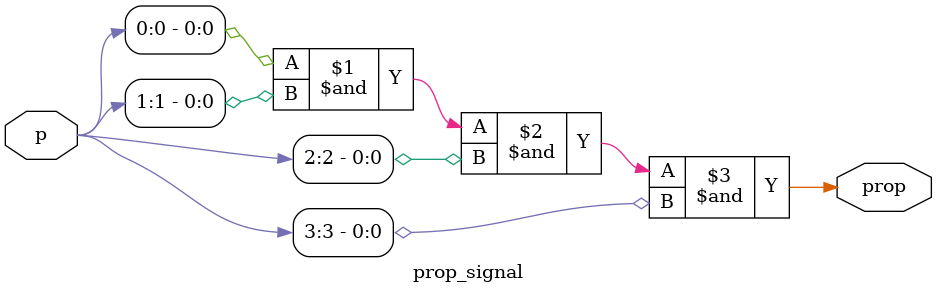
<source format=v>


// Unless required by applicable law or agreed to in writing, software
// distributed under the License is distributed on an "AS IS" BASIS,
// WITHOUT WARRANTIES OR CONDITIONS OF ANY KIND, either express or implied.
// See the License for the specific language governing permissions and
// limitations under the License.
//
//-----------------------------------------------------
// Design Name : prop_signal
// File Name   : prop_signal.v
// Function    : Carry Propagate for 4 bit int the CLA Block
// Coder       : Jucemar Monteiro
//-----------------------------------------------------

module prop_signal (p,prop);
	parameter n=4;
	input   [n-1:0]p;
	output   prop;
	assign prop = p[0] & p[1] & p[2] & p[3];
endmodule

</source>
